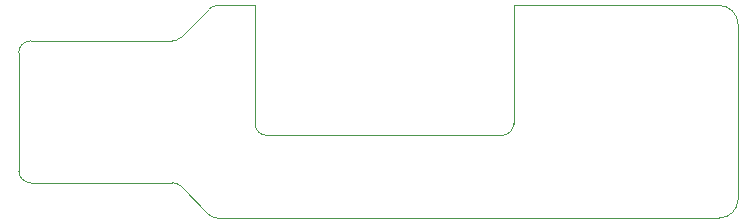
<source format=gm1>
G04 #@! TF.GenerationSoftware,KiCad,Pcbnew,6.0.4-6f826c9f35~116~ubuntu18.04.1*
G04 #@! TF.CreationDate,2022-04-21T19:50:10+02:00*
G04 #@! TF.ProjectId,PSU_DCDC_1,5053555f-4443-4444-935f-312e6b696361,rev?*
G04 #@! TF.SameCoordinates,Original*
G04 #@! TF.FileFunction,Profile,NP*
%FSLAX46Y46*%
G04 Gerber Fmt 4.6, Leading zero omitted, Abs format (unit mm)*
G04 Created by KiCad (PCBNEW 6.0.4-6f826c9f35~116~ubuntu18.04.1) date 2022-04-21 19:50:10*
%MOMM*%
%LPD*%
G01*
G04 APERTURE LIST*
G04 #@! TA.AperFunction,Profile*
%ADD10C,0.100000*%
G04 #@! TD*
G04 #@! TA.AperFunction,Profile*
%ADD11C,0.120000*%
G04 #@! TD*
G04 APERTURE END LIST*
D10*
X126827106Y-109000000D02*
X169300000Y-109000000D01*
X130000000Y-101000000D02*
G75*
G03*
X131000000Y-102000000I1000000J0D01*
G01*
X123707107Y-93707107D02*
X126120000Y-91292893D01*
X170900000Y-92600000D02*
X170900000Y-107400000D01*
X123707107Y-106292893D02*
G75*
G03*
X123000000Y-106000000I-707107J-707107D01*
G01*
X150900000Y-102000000D02*
G75*
G03*
X151900000Y-101000000I0J1000000D01*
G01*
X169300000Y-109000000D02*
G75*
G03*
X170900000Y-107400000I0J1600000D01*
G01*
X130000000Y-101000000D02*
X130000000Y-91000000D01*
X126827107Y-91000000D02*
X130000000Y-91000000D01*
X131000000Y-102000000D02*
X150900000Y-102000000D01*
X123707107Y-106292893D02*
X126119999Y-108707107D01*
X126119996Y-108707110D02*
G75*
G03*
X126827106Y-109000000I707104J707110D01*
G01*
X123000000Y-94000000D02*
X121995000Y-94000000D01*
X123000001Y-94000002D02*
G75*
G03*
X123707108Y-93707108I-1J1000002D01*
G01*
X126827107Y-91000005D02*
G75*
G03*
X126120000Y-91292893I-7J-999995D01*
G01*
X123000000Y-106000000D02*
X121995000Y-106000000D01*
X151900000Y-91000000D02*
X151900000Y-101000000D01*
X170900000Y-92600000D02*
G75*
G03*
X169300000Y-91000000I-1600000J0D01*
G01*
X151900000Y-91000000D02*
X169300000Y-91000000D01*
D11*
G04 #@! TO.C,J2*
X110995000Y-106000000D02*
X121995000Y-106000000D01*
X109995000Y-95000000D02*
X109995000Y-105000000D01*
X110995000Y-94000000D02*
X121995000Y-94000000D01*
X109995000Y-105000000D02*
G75*
G03*
X110995000Y-106000000I1000000J0D01*
G01*
X110995000Y-94000000D02*
G75*
G03*
X109995000Y-95000000I-1J-999999D01*
G01*
G04 #@! TD*
M02*

</source>
